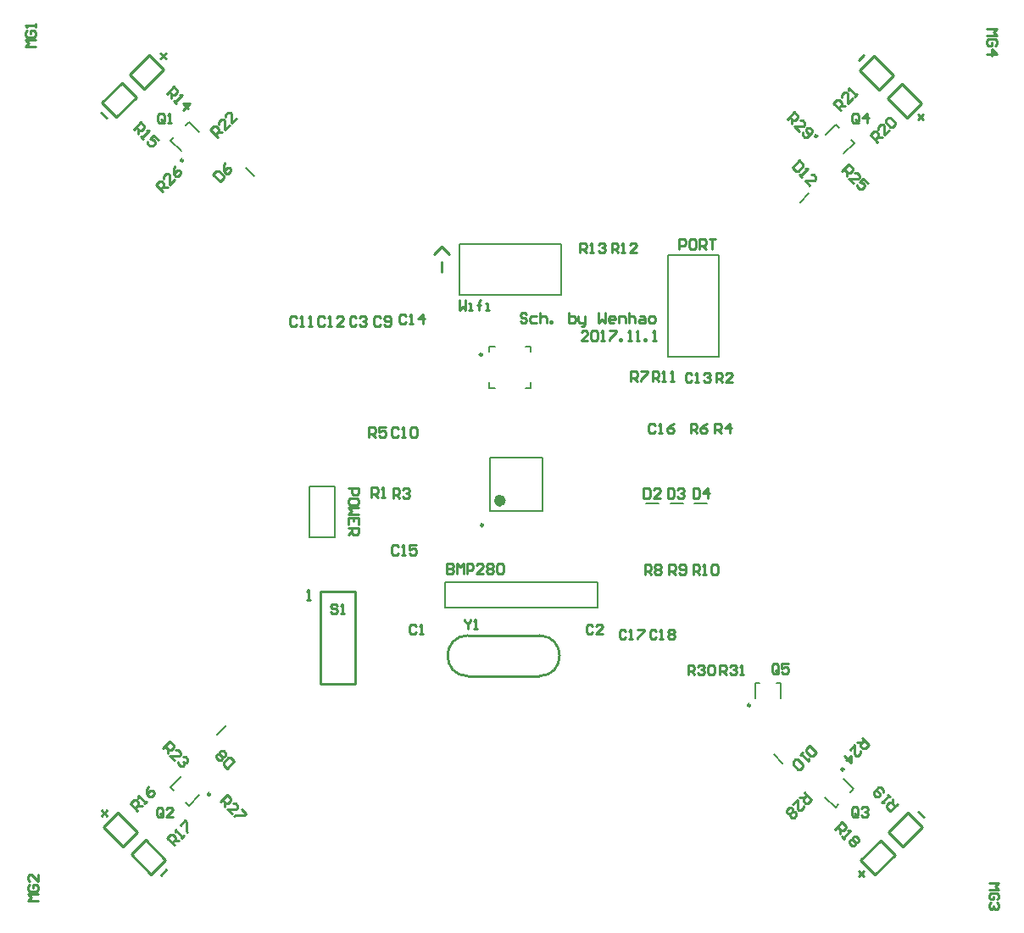
<source format=gto>
%FSLAX25Y25*%
%MOIN*%
G70*
G01*
G75*
G04:AMPARAMS|DCode=10|XSize=78.74mil|YSize=47.24mil|CornerRadius=0mil|HoleSize=0mil|Usage=FLASHONLY|Rotation=45.000|XOffset=0mil|YOffset=0mil|HoleType=Round|Shape=Rectangle|*
%AMROTATEDRECTD10*
4,1,4,-0.01114,-0.04454,-0.04454,-0.01114,0.01114,0.04454,0.04454,0.01114,-0.01114,-0.04454,0.0*
%
%ADD10ROTATEDRECTD10*%

G04:AMPARAMS|DCode=11|XSize=78.74mil|YSize=47.24mil|CornerRadius=0mil|HoleSize=0mil|Usage=FLASHONLY|Rotation=315.000|XOffset=0mil|YOffset=0mil|HoleType=Round|Shape=Rectangle|*
%AMROTATEDRECTD11*
4,1,4,-0.04454,0.01114,-0.01114,0.04454,0.04454,-0.01114,0.01114,-0.04454,-0.04454,0.01114,0.0*
%
%ADD11ROTATEDRECTD11*%

%ADD12O,0.01181X0.08268*%
%ADD13O,0.08268X0.01181*%
G04:AMPARAMS|DCode=14|XSize=59.06mil|YSize=51.18mil|CornerRadius=0mil|HoleSize=0mil|Usage=FLASHONLY|Rotation=45.000|XOffset=0mil|YOffset=0mil|HoleType=Round|Shape=Rectangle|*
%AMROTATEDRECTD14*
4,1,4,-0.00278,-0.03897,-0.03897,-0.00278,0.00278,0.03897,0.03897,0.00278,-0.00278,-0.03897,0.0*
%
%ADD14ROTATEDRECTD14*%

G04:AMPARAMS|DCode=15|XSize=35.43mil|YSize=37.4mil|CornerRadius=0mil|HoleSize=0mil|Usage=FLASHONLY|Rotation=45.000|XOffset=0mil|YOffset=0mil|HoleType=Round|Shape=Rectangle|*
%AMROTATEDRECTD15*
4,1,4,0.00070,-0.02575,-0.02575,0.00070,-0.00070,0.02575,0.02575,-0.00070,0.00070,-0.02575,0.0*
%
%ADD15ROTATEDRECTD15*%

G04:AMPARAMS|DCode=16|XSize=35.43mil|YSize=37.4mil|CornerRadius=0mil|HoleSize=0mil|Usage=FLASHONLY|Rotation=45.000|XOffset=0mil|YOffset=0mil|HoleType=Round|Shape=Rectangle|*
%AMROTATEDRECTD16*
4,1,4,0.00070,-0.02575,-0.02575,0.00070,-0.00070,0.02575,0.02575,-0.00070,0.00070,-0.02575,0.0*
%
%ADD16ROTATEDRECTD16*%

G04:AMPARAMS|DCode=17|XSize=59.06mil|YSize=51.18mil|CornerRadius=0mil|HoleSize=0mil|Usage=FLASHONLY|Rotation=135.000|XOffset=0mil|YOffset=0mil|HoleType=Round|Shape=Rectangle|*
%AMROTATEDRECTD17*
4,1,4,0.03897,-0.00278,0.00278,-0.03897,-0.03897,0.00278,-0.00278,0.03897,0.03897,-0.00278,0.0*
%
%ADD17ROTATEDRECTD17*%

G04:AMPARAMS|DCode=18|XSize=35.43mil|YSize=37.4mil|CornerRadius=0mil|HoleSize=0mil|Usage=FLASHONLY|Rotation=135.000|XOffset=0mil|YOffset=0mil|HoleType=Round|Shape=Rectangle|*
%AMROTATEDRECTD18*
4,1,4,0.02575,0.00070,-0.00070,-0.02575,-0.02575,-0.00070,0.00070,0.02575,0.02575,0.00070,0.0*
%
%ADD18ROTATEDRECTD18*%

G04:AMPARAMS|DCode=19|XSize=35.43mil|YSize=37.4mil|CornerRadius=0mil|HoleSize=0mil|Usage=FLASHONLY|Rotation=135.000|XOffset=0mil|YOffset=0mil|HoleType=Round|Shape=Rectangle|*
%AMROTATEDRECTD19*
4,1,4,0.02575,0.00070,-0.00070,-0.02575,-0.02575,-0.00070,0.00070,0.02575,0.02575,0.00070,0.0*
%
%ADD19ROTATEDRECTD19*%

%ADD20R,0.07480X0.02756*%
%ADD21O,0.02362X0.00984*%
%ADD22O,0.00984X0.02362*%
%ADD23R,0.11024X0.10630*%
%ADD24R,0.05906X0.05118*%
%ADD25R,0.03543X0.03740*%
%ADD26R,0.03543X0.03740*%
%ADD27C,0.01063*%
%ADD28C,0.01378*%
%ADD29C,0.01181*%
%ADD30C,0.08268*%
%ADD31C,0.05906*%
%ADD32R,0.05906X0.05906*%
%ADD33R,0.05906X0.05906*%
%ADD34C,0.31496*%
%ADD35C,0.02362*%
%ADD36R,0.01575X0.03937*%
%ADD37R,0.01575X0.03937*%
%ADD38R,0.06000X0.06000*%
%ADD39R,0.03400X0.10000*%
%ADD40R,0.03400X0.05000*%
%ADD41R,0.05118X0.05906*%
%ADD42R,0.07874X0.05906*%
%ADD43C,0.08000*%
%ADD44C,0.01000*%
%ADD45C,0.00984*%
%ADD46C,0.02362*%
%ADD47C,0.00787*%
D44*
X360000Y740000D02*
G03*
X360000Y724000I0J-8000D01*
G01*
X388000D02*
G03*
X388000Y740000I0J8000D01*
G01*
X360000Y739994D02*
X388000D01*
X360000Y724026D02*
X388000D01*
X239017Y966904D02*
X241138Y969025D01*
X239017D02*
X241138Y966904D01*
X226996Y960540D02*
X234774Y968318D01*
X226996Y960540D02*
X232653Y954883D01*
X240431Y962661D01*
X234774Y968318D02*
X240431Y962661D01*
X223814Y957358D02*
X229471Y951701D01*
X221692Y943923D02*
X229471Y951701D01*
X216036Y949580D02*
X221692Y943923D01*
X216036Y949580D02*
X223814Y957358D01*
X215682Y945691D02*
X217803Y943569D01*
X536904Y944984D02*
X539025Y942862D01*
X536904D02*
X539025Y944984D01*
X530540Y957004D02*
X538318Y949226D01*
X524883Y951347D02*
X530540Y957004D01*
X524883Y951347D02*
X532661Y943569D01*
X538318Y949226D01*
X521701Y954529D02*
X527358Y960186D01*
X513923Y962308D02*
X521701Y954529D01*
X513923Y962308D02*
X519580Y967964D01*
X527358Y960186D01*
X513569Y966197D02*
X515691Y968318D01*
X215975Y671138D02*
X218096Y669017D01*
X215975D02*
X218096Y671138D01*
X216682Y664774D02*
X224460Y656996D01*
X230117Y662653D01*
X222339Y670431D02*
X230117Y662653D01*
X216682Y664774D02*
X222339Y670431D01*
X227642Y653814D02*
X233299Y659471D01*
X241077Y651692D01*
X235420Y646036D02*
X241077Y651692D01*
X227642Y653814D02*
X235420Y646036D01*
X239309Y645682D02*
X241431Y647803D01*
X513680Y645157D02*
X515802Y647278D01*
X513680D02*
X515802Y645157D01*
X520044Y645864D02*
X527822Y653642D01*
X522165Y659299D02*
X527822Y653642D01*
X514387Y651521D02*
X522165Y659299D01*
X514387Y651521D02*
X520044Y645864D01*
X525347Y662481D02*
X531004Y656824D01*
X525347Y662481D02*
X533126Y670259D01*
X538782Y664602D01*
X531004Y656824D02*
X538782Y664602D01*
X537015Y670613D02*
X539136Y668491D01*
X302000Y721000D02*
Y757220D01*
X315780D01*
Y721000D02*
Y757220D01*
X302000Y721000D02*
X315780D01*
X443000Y892000D02*
Y895936D01*
X444968D01*
X445624Y895280D01*
Y893968D01*
X444968Y893312D01*
X443000D01*
X448904Y895936D02*
X447592D01*
X446936Y895280D01*
Y892656D01*
X447592Y892000D01*
X448904D01*
X449560Y892656D01*
Y895280D01*
X448904Y895936D01*
X450872Y892000D02*
Y895936D01*
X452839D01*
X453495Y895280D01*
Y893968D01*
X452839Y893312D01*
X450872D01*
X452183D02*
X453495Y892000D01*
X454807Y895936D02*
X457431D01*
X456119D01*
Y892000D01*
X358500Y746436D02*
Y745780D01*
X359812Y744468D01*
X361124Y745780D01*
Y746436D01*
X359812Y744468D02*
Y742500D01*
X362436D02*
X363748D01*
X363092D01*
Y746436D01*
X362436Y745780D01*
X308624Y751780D02*
X307968Y752436D01*
X306656D01*
X306000Y751780D01*
Y751124D01*
X306656Y750468D01*
X307968D01*
X308624Y749812D01*
Y749156D01*
X307968Y748500D01*
X306656D01*
X306000Y749156D01*
X309936Y748500D02*
X311248D01*
X310592D01*
Y752436D01*
X309936Y751780D01*
X459000Y724500D02*
Y728436D01*
X460968D01*
X461624Y727780D01*
Y726468D01*
X460968Y725812D01*
X459000D01*
X460312D02*
X461624Y724500D01*
X462936Y727780D02*
X463592Y728436D01*
X464904D01*
X465560Y727780D01*
Y727124D01*
X464904Y726468D01*
X464248D01*
X464904D01*
X465560Y725812D01*
Y725156D01*
X464904Y724500D01*
X463592D01*
X462936Y725156D01*
X466872Y724500D02*
X468183D01*
X467527D01*
Y728436D01*
X466872Y727780D01*
X446500Y724500D02*
Y728436D01*
X448468D01*
X449124Y727780D01*
Y726468D01*
X448468Y725812D01*
X446500D01*
X447812D02*
X449124Y724500D01*
X450436Y727780D02*
X451092Y728436D01*
X452404D01*
X453060Y727780D01*
Y727124D01*
X452404Y726468D01*
X451748D01*
X452404D01*
X453060Y725812D01*
Y725156D01*
X452404Y724500D01*
X451092D01*
X450436Y725156D01*
X454372Y727780D02*
X455027Y728436D01*
X456339D01*
X456995Y727780D01*
Y725156D01*
X456339Y724500D01*
X455027D01*
X454372Y725156D01*
Y727780D01*
X485500Y943000D02*
X488283Y945783D01*
X489675Y944392D01*
Y943464D01*
X488747Y942536D01*
X487819D01*
X486428Y943928D01*
X487355Y943000D02*
Y941145D01*
X490138Y938362D02*
X488283Y940217D01*
X491994D01*
X492457Y940681D01*
X492457Y941609D01*
X491530Y942536D01*
X490602D01*
X491530Y937898D02*
Y936970D01*
X492457Y936042D01*
X493385Y936042D01*
X495240Y937898D01*
X495240Y938826D01*
X494313Y939753D01*
X493385D01*
X492921Y939289D01*
Y938362D01*
X494313Y936970D01*
X492318Y678182D02*
X495101Y675399D01*
X493710Y674008D01*
X492782D01*
X491854Y674935D01*
Y675863D01*
X493246Y677254D01*
X492318Y676327D02*
X490463D01*
X487680Y673544D02*
X489535Y675399D01*
Y671688D01*
X489999Y671224D01*
X490927Y671224D01*
X491854Y672152D01*
Y673080D01*
X489071Y670297D02*
Y669369D01*
X488143Y668441D01*
X487216Y668442D01*
X486752Y668905D01*
Y669833D01*
X485824Y669833D01*
X485360Y670297D01*
X485360Y671224D01*
X486288Y672152D01*
X487216D01*
X487680Y671688D01*
Y670761D01*
X488607D01*
X489071Y670297D01*
X487680Y670761D02*
X486752Y669833D01*
X262500Y674500D02*
X265283Y677283D01*
X266674Y675891D01*
Y674964D01*
X265747Y674036D01*
X264819D01*
X263428Y675428D01*
X264355Y674500D02*
Y672645D01*
X267138Y669862D02*
X265283Y671717D01*
X268994D01*
X269458Y672181D01*
X269458Y673108D01*
X268530Y674036D01*
X267602D01*
X270849Y671717D02*
X272704Y669862D01*
X272240Y669398D01*
X268530D01*
X268066Y668934D01*
X240000Y914500D02*
X237217Y917283D01*
X238609Y918674D01*
X239536D01*
X240464Y917747D01*
Y916819D01*
X239072Y915428D01*
X240000Y916355D02*
X241855D01*
X244638Y919138D02*
X242783Y917283D01*
Y920994D01*
X242319Y921457D01*
X241391Y921457D01*
X240464Y920530D01*
Y919602D01*
X244638Y924704D02*
X244175Y923313D01*
Y921457D01*
X245102Y920530D01*
X246030D01*
X246957Y921457D01*
X246957Y922385D01*
X246494Y922849D01*
X245566Y922849D01*
X244175Y921457D01*
X507000Y922500D02*
X509783Y925283D01*
X511174Y923892D01*
Y922964D01*
X510247Y922036D01*
X509319D01*
X507928Y923428D01*
X508855Y922500D02*
Y920645D01*
X511638Y917862D02*
X509783Y919717D01*
X513494D01*
X513958Y920181D01*
X513958Y921109D01*
X513030Y922036D01*
X512102D01*
X517204Y917862D02*
X515349Y919717D01*
X513958Y918326D01*
X515349Y917862D01*
X515813Y917398D01*
Y916470D01*
X514885Y915543D01*
X513958Y915543D01*
X513030Y916470D01*
Y917398D01*
X514818Y699682D02*
X517601Y696899D01*
X516210Y695507D01*
X515282D01*
X514354Y696435D01*
Y697363D01*
X515746Y698754D01*
X514818Y697827D02*
X512963D01*
X510180Y695044D02*
X512035Y696899D01*
Y693188D01*
X512499Y692725D01*
X513426Y692725D01*
X514354Y693652D01*
Y694580D01*
X507861Y692725D02*
X510643Y689942D01*
Y692725D01*
X508788Y690869D01*
X240000Y695500D02*
X242783Y698283D01*
X244175Y696891D01*
Y695964D01*
X243247Y695036D01*
X242319D01*
X240928Y696428D01*
X241855Y695500D02*
Y693645D01*
X244638Y690862D02*
X242783Y692717D01*
X246494D01*
X246957Y693181D01*
X246957Y694108D01*
X246030Y695036D01*
X245102D01*
X247885Y692253D02*
X248813D01*
X249741Y691326D01*
X249741Y690398D01*
X249277Y689934D01*
X248349D01*
X247885Y690398D01*
X248349Y689934D01*
X248349Y689006D01*
X247885Y688543D01*
X246957Y688543D01*
X246030Y689470D01*
Y690398D01*
X261500Y936000D02*
X258717Y938783D01*
X260108Y940174D01*
X261036D01*
X261964Y939247D01*
Y938319D01*
X260572Y936928D01*
X261500Y937855D02*
X263355D01*
X266138Y940638D02*
X264283Y938783D01*
Y942494D01*
X263819Y942957D01*
X262892Y942957D01*
X261964Y942030D01*
Y941102D01*
X268921Y943421D02*
X267066Y941566D01*
Y945277D01*
X266602Y945741D01*
X265674Y945741D01*
X264747Y944813D01*
Y943885D01*
X506500Y946500D02*
X503717Y949283D01*
X505108Y950675D01*
X506036D01*
X506964Y949747D01*
Y948819D01*
X505572Y947428D01*
X506500Y948355D02*
X508355D01*
X511138Y951138D02*
X509283Y949283D01*
Y952994D01*
X508819Y953458D01*
X507892Y953458D01*
X506964Y952530D01*
Y951602D01*
X512066Y952066D02*
X512994Y952994D01*
X512530Y952530D01*
X509747Y955313D01*
Y954385D01*
X521000Y934000D02*
X518217Y936783D01*
X519608Y938175D01*
X520536D01*
X521464Y937247D01*
Y936319D01*
X520072Y934928D01*
X521000Y935855D02*
X522855D01*
X525638Y938638D02*
X523783Y936783D01*
Y940494D01*
X523319Y940958D01*
X522392Y940958D01*
X521464Y940030D01*
Y939102D01*
X524247Y941885D02*
Y942813D01*
X525175Y943740D01*
X526102Y943740D01*
X527957Y941885D01*
X527957Y940958D01*
X527030Y940030D01*
X526102D01*
X524247Y941885D01*
X528818Y673682D02*
X526035Y670899D01*
X524644Y672291D01*
Y673218D01*
X525571Y674146D01*
X526499D01*
X527890Y672754D01*
X526963Y673682D02*
Y675537D01*
X526035Y676465D02*
X525107Y677393D01*
X525571Y676929D01*
X522788Y674146D01*
X523716D01*
X523252Y678320D02*
Y679248D01*
X522324Y680176D01*
X521397Y680176D01*
X519541Y678320D01*
X519541Y677393D01*
X520469Y676465D01*
X521397D01*
X521861Y676929D01*
X521861Y677856D01*
X520469Y679248D01*
X504318Y663682D02*
X507101Y666465D01*
X508493Y665073D01*
Y664146D01*
X507565Y663218D01*
X506637D01*
X505246Y664610D01*
X506173Y663682D02*
Y661827D01*
X507101Y660899D02*
X508029Y659971D01*
X507565Y660435D01*
X510348Y663218D01*
X509420D01*
X511739Y660899D02*
X512667D01*
X513595Y659971D01*
X513595Y659044D01*
X513131Y658580D01*
X512203D01*
X512203Y657652D01*
X511739Y657188D01*
X510812Y657188D01*
X509884Y658116D01*
Y659044D01*
X510348Y659508D01*
X511275D01*
X511275Y660435D01*
X511739Y660899D01*
X511275Y659508D02*
X512203Y658580D01*
X244500Y657500D02*
X241717Y660283D01*
X243109Y661674D01*
X244036D01*
X244964Y660747D01*
Y659819D01*
X243572Y658428D01*
X244500Y659355D02*
X246355D01*
X247283Y660283D02*
X248211Y661211D01*
X247747Y660747D01*
X244964Y663530D01*
Y662602D01*
X246819Y665385D02*
X248675Y667240D01*
X249138Y666777D01*
Y663066D01*
X249602Y662602D01*
X230000Y671000D02*
X227217Y673783D01*
X228608Y675175D01*
X229536D01*
X230464Y674247D01*
Y673319D01*
X229072Y671928D01*
X230000Y672855D02*
X231855D01*
X232783Y673783D02*
X233711Y674711D01*
X233247Y674247D01*
X230464Y677030D01*
Y676102D01*
X234174Y680740D02*
X233711Y679349D01*
Y677494D01*
X234638Y676566D01*
X235566D01*
X236494Y677494D01*
X236494Y678421D01*
X236030Y678885D01*
X235102Y678885D01*
X233711Y677494D01*
X228500Y939000D02*
X231283Y941783D01*
X232675Y940392D01*
Y939464D01*
X231747Y938536D01*
X230819D01*
X229428Y939928D01*
X230355Y939000D02*
Y937145D01*
X231283Y936217D02*
X232211Y935289D01*
X231747Y935753D01*
X234530Y938536D01*
X233602D01*
X238241Y934826D02*
X236385Y936681D01*
X234994Y935289D01*
X236385Y934826D01*
X236849Y934362D01*
Y933434D01*
X235921Y932506D01*
X234994Y932506D01*
X234066Y933434D01*
Y934362D01*
X241500Y953000D02*
X244283Y955783D01*
X245674Y954391D01*
Y953464D01*
X244747Y952536D01*
X243819D01*
X242428Y953928D01*
X243355Y953000D02*
Y951145D01*
X244283Y950217D02*
X245211Y949289D01*
X244747Y949753D01*
X247530Y952536D01*
X246602D01*
X247994Y946506D02*
X250777Y949289D01*
X247994D01*
X249849Y947434D01*
X416500Y890500D02*
Y894436D01*
X418468D01*
X419124Y893780D01*
Y892468D01*
X418468Y891812D01*
X416500D01*
X417812D02*
X419124Y890500D01*
X420436D02*
X421748D01*
X421092D01*
Y894436D01*
X420436Y893780D01*
X426339Y890500D02*
X423715D01*
X426339Y893124D01*
Y893780D01*
X425683Y894436D01*
X424371D01*
X423715Y893780D01*
X404000Y890500D02*
Y894436D01*
X405968D01*
X406624Y893780D01*
Y892468D01*
X405968Y891812D01*
X404000D01*
X405312D02*
X406624Y890500D01*
X407936D02*
X409248D01*
X408592D01*
Y894436D01*
X407936Y893780D01*
X411215D02*
X411871Y894436D01*
X413183D01*
X413839Y893780D01*
Y893124D01*
X413183Y892468D01*
X412527D01*
X413183D01*
X413839Y891812D01*
Y891156D01*
X413183Y890500D01*
X411871D01*
X411215Y891156D01*
X432500Y840000D02*
Y843936D01*
X434468D01*
X435124Y843280D01*
Y841968D01*
X434468Y841312D01*
X432500D01*
X433812D02*
X435124Y840000D01*
X436436D02*
X437748D01*
X437092D01*
Y843936D01*
X436436Y843280D01*
X439715Y840000D02*
X441027D01*
X440372D01*
Y843936D01*
X439715Y843280D01*
X448500Y764000D02*
Y767936D01*
X450468D01*
X451124Y767280D01*
Y765968D01*
X450468Y765312D01*
X448500D01*
X449812D02*
X451124Y764000D01*
X452436D02*
X453748D01*
X453092D01*
Y767936D01*
X452436Y767280D01*
X455716D02*
X456371Y767936D01*
X457683D01*
X458339Y767280D01*
Y764656D01*
X457683Y764000D01*
X456371D01*
X455716Y764656D01*
Y767280D01*
X439000Y764000D02*
Y767936D01*
X440968D01*
X441624Y767280D01*
Y765968D01*
X440968Y765312D01*
X439000D01*
X440312D02*
X441624Y764000D01*
X442936Y764656D02*
X443592Y764000D01*
X444904D01*
X445560Y764656D01*
Y767280D01*
X444904Y767936D01*
X443592D01*
X442936Y767280D01*
Y766624D01*
X443592Y765968D01*
X445560D01*
X429500Y764000D02*
Y767936D01*
X431468D01*
X432124Y767280D01*
Y765968D01*
X431468Y765312D01*
X429500D01*
X430812D02*
X432124Y764000D01*
X433436Y767280D02*
X434092Y767936D01*
X435404D01*
X436060Y767280D01*
Y766624D01*
X435404Y765968D01*
X436060Y765312D01*
Y764656D01*
X435404Y764000D01*
X434092D01*
X433436Y764656D01*
Y765312D01*
X434092Y765968D01*
X433436Y766624D01*
Y767280D01*
X434092Y765968D02*
X435404D01*
X424000Y840000D02*
Y843936D01*
X425968D01*
X426624Y843280D01*
Y841968D01*
X425968Y841312D01*
X424000D01*
X425312D02*
X426624Y840000D01*
X427936Y843936D02*
X430560D01*
Y843280D01*
X427936Y840656D01*
Y840000D01*
X447500Y819500D02*
Y823436D01*
X449468D01*
X450124Y822780D01*
Y821468D01*
X449468Y820812D01*
X447500D01*
X448812D02*
X450124Y819500D01*
X454060Y823436D02*
X452748Y822780D01*
X451436Y821468D01*
Y820156D01*
X452092Y819500D01*
X453404D01*
X454060Y820156D01*
Y820812D01*
X453404Y821468D01*
X451436D01*
X321000Y818000D02*
Y821936D01*
X322968D01*
X323624Y821280D01*
Y819968D01*
X322968Y819312D01*
X321000D01*
X322312D02*
X323624Y818000D01*
X327560Y821936D02*
X324936D01*
Y819968D01*
X326248Y820624D01*
X326904D01*
X327560Y819968D01*
Y818656D01*
X326904Y818000D01*
X325592D01*
X324936Y818656D01*
X457000Y819500D02*
Y823436D01*
X458968D01*
X459624Y822780D01*
Y821468D01*
X458968Y820812D01*
X457000D01*
X458312D02*
X459624Y819500D01*
X462904D02*
Y823436D01*
X460936Y821468D01*
X463560D01*
X330500Y794000D02*
Y797936D01*
X332468D01*
X333124Y797280D01*
Y795968D01*
X332468Y795312D01*
X330500D01*
X331812D02*
X333124Y794000D01*
X334436Y797280D02*
X335092Y797936D01*
X336404D01*
X337060Y797280D01*
Y796624D01*
X336404Y795968D01*
X335748D01*
X336404D01*
X337060Y795312D01*
Y794656D01*
X336404Y794000D01*
X335092D01*
X334436Y794656D01*
X457500Y839500D02*
Y843436D01*
X459468D01*
X460124Y842780D01*
Y841468D01*
X459468Y840812D01*
X457500D01*
X458812D02*
X460124Y839500D01*
X464060D02*
X461436D01*
X464060Y842124D01*
Y842780D01*
X463404Y843436D01*
X462092D01*
X461436Y842780D01*
X322000Y794240D02*
Y798176D01*
X323968D01*
X324624Y797520D01*
Y796208D01*
X323968Y795552D01*
X322000D01*
X323312D02*
X324624Y794240D01*
X325936D02*
X327248D01*
X326592D01*
Y798176D01*
X325936Y797520D01*
X482124Y725656D02*
Y728280D01*
X481468Y728936D01*
X480156D01*
X479500Y728280D01*
Y725656D01*
X480156Y725000D01*
X481468D01*
X480812Y726312D02*
X482124Y725000D01*
X481468D02*
X482124Y725656D01*
X486060Y728936D02*
X483436D01*
Y726968D01*
X484748Y727624D01*
X485404D01*
X486060Y726968D01*
Y725656D01*
X485404Y725000D01*
X484092D01*
X483436Y725656D01*
X513624Y942156D02*
Y944780D01*
X512968Y945436D01*
X511656D01*
X511000Y944780D01*
Y942156D01*
X511656Y941500D01*
X512968D01*
X512312Y942812D02*
X513624Y941500D01*
X512968D02*
X513624Y942156D01*
X516904Y941500D02*
Y945436D01*
X514936Y943468D01*
X517560D01*
X513442Y669338D02*
Y671962D01*
X512786Y672618D01*
X511474D01*
X510818Y671962D01*
Y669338D01*
X511474Y668682D01*
X512786D01*
X512130Y669994D02*
X513442Y668682D01*
X512786D02*
X513442Y669338D01*
X514754Y671962D02*
X515410Y672618D01*
X516722D01*
X517378Y671962D01*
Y671306D01*
X516722Y670650D01*
X516066D01*
X516722D01*
X517378Y669994D01*
Y669338D01*
X516722Y668682D01*
X515410D01*
X514754Y669338D01*
X240124Y669156D02*
Y671780D01*
X239468Y672436D01*
X238156D01*
X237500Y671780D01*
Y669156D01*
X238156Y668500D01*
X239468D01*
X238812Y669812D02*
X240124Y668500D01*
X239468D02*
X240124Y669156D01*
X244060Y668500D02*
X241436D01*
X244060Y671124D01*
Y671780D01*
X243404Y672436D01*
X242092D01*
X241436Y671780D01*
X240624Y942156D02*
Y944780D01*
X239968Y945436D01*
X238656D01*
X238000Y944780D01*
Y942156D01*
X238656Y941500D01*
X239968D01*
X239312Y942812D02*
X240624Y941500D01*
X239968D02*
X240624Y942156D01*
X241936Y941500D02*
X243248D01*
X242592D01*
Y945436D01*
X241936Y944780D01*
X313000Y798000D02*
X316936D01*
Y796032D01*
X316280Y795376D01*
X314968D01*
X314312Y796032D01*
Y798000D01*
X316936Y792096D02*
Y793408D01*
X316280Y794064D01*
X313656D01*
X313000Y793408D01*
Y792096D01*
X313656Y791440D01*
X316280D01*
X316936Y792096D01*
Y790129D02*
X313000D01*
X314312Y788817D01*
X313000Y787505D01*
X316936D01*
Y783569D02*
Y786193D01*
X313000D01*
Y783569D01*
X314968Y786193D02*
Y784881D01*
X313000Y782257D02*
X316936D01*
Y780289D01*
X316280Y779633D01*
X314968D01*
X314312Y780289D01*
Y782257D01*
Y780945D02*
X313000Y779633D01*
X351600Y768336D02*
Y764400D01*
X353568D01*
X354224Y765056D01*
Y765712D01*
X353568Y766368D01*
X351600D01*
X353568D01*
X354224Y767024D01*
Y767680D01*
X353568Y768336D01*
X351600D01*
X355536Y764400D02*
Y768336D01*
X356848Y767024D01*
X358160Y768336D01*
Y764400D01*
X359472D02*
Y768336D01*
X361439D01*
X362095Y767680D01*
Y766368D01*
X361439Y765712D01*
X359472D01*
X366031Y764400D02*
X363407D01*
X366031Y767024D01*
Y767680D01*
X365375Y768336D01*
X364063D01*
X363407Y767680D01*
X367343D02*
X367999Y768336D01*
X369311D01*
X369967Y767680D01*
Y767024D01*
X369311Y766368D01*
X369967Y765712D01*
Y765056D01*
X369311Y764400D01*
X367999D01*
X367343Y765056D01*
Y765712D01*
X367999Y766368D01*
X367343Y767024D01*
Y767680D01*
X367999Y766368D02*
X369311D01*
X371279Y767680D02*
X371935Y768336D01*
X373247D01*
X373903Y767680D01*
Y765056D01*
X373247Y764400D01*
X371935D01*
X371279Y765056D01*
Y767680D01*
X490283Y926783D02*
X487500Y924000D01*
X488892Y922608D01*
X489819D01*
X491675Y924464D01*
Y925391D01*
X490283Y926783D01*
Y921217D02*
X491211Y920289D01*
X490747Y920753D01*
X493530Y923536D01*
X492602D01*
X494457Y917043D02*
X492602Y918898D01*
X496313D01*
X496777Y919362D01*
X496777Y920289D01*
X495849Y921217D01*
X494921D01*
X497101Y693899D02*
X494318Y696682D01*
X492927Y695291D01*
Y694363D01*
X494782Y692508D01*
X495710D01*
X497101Y693899D01*
X491535D02*
X490607Y692971D01*
X491071Y693435D01*
X493854Y690652D01*
Y691580D01*
X491535Y689261D02*
Y688333D01*
X490607Y687405D01*
X489680Y687405D01*
X487824Y689261D01*
X487824Y690188D01*
X488752Y691116D01*
X489680D01*
X491535Y689261D01*
X265217Y687717D02*
X268000Y690500D01*
X266609Y691891D01*
X265681D01*
X263825Y690036D01*
Y689109D01*
X265217Y687717D01*
X262898Y690964D02*
X261970D01*
X261042Y691891D01*
X261042Y692819D01*
X261506Y693283D01*
X262434D01*
X262434Y694211D01*
X262898Y694674D01*
X263825D01*
X264753Y693747D01*
Y692819D01*
X264289Y692355D01*
X263362D01*
X263362Y691428D01*
X262898Y690964D01*
X263362Y692355D02*
X262434Y693283D01*
X259717Y921283D02*
X262500Y918500D01*
X263892Y919891D01*
Y920819D01*
X262036Y922674D01*
X261108D01*
X259717Y921283D01*
X264355Y925921D02*
X263892Y924530D01*
Y922674D01*
X264819Y921747D01*
X265747D01*
X266674Y922674D01*
Y923602D01*
X266211Y924066D01*
X265283Y924066D01*
X263892Y922674D01*
X448500Y797936D02*
Y794000D01*
X450468D01*
X451124Y794656D01*
Y797280D01*
X450468Y797936D01*
X448500D01*
X454404Y794000D02*
Y797936D01*
X452436Y795968D01*
X455060D01*
X438500Y797936D02*
Y794000D01*
X440468D01*
X441124Y794656D01*
Y797280D01*
X440468Y797936D01*
X438500D01*
X442436Y797280D02*
X443092Y797936D01*
X444404D01*
X445060Y797280D01*
Y796624D01*
X444404Y795968D01*
X443748D01*
X444404D01*
X445060Y795312D01*
Y794656D01*
X444404Y794000D01*
X443092D01*
X442436Y794656D01*
X429000Y797936D02*
Y794000D01*
X430968D01*
X431624Y794656D01*
Y797280D01*
X430968Y797936D01*
X429000D01*
X435560Y794000D02*
X432936D01*
X435560Y796624D01*
Y797280D01*
X434904Y797936D01*
X433592D01*
X432936Y797280D01*
X434124Y741780D02*
X433468Y742436D01*
X432156D01*
X431500Y741780D01*
Y739156D01*
X432156Y738500D01*
X433468D01*
X434124Y739156D01*
X435436Y738500D02*
X436748D01*
X436092D01*
Y742436D01*
X435436Y741780D01*
X438716D02*
X439371Y742436D01*
X440683D01*
X441339Y741780D01*
Y741124D01*
X440683Y740468D01*
X441339Y739812D01*
Y739156D01*
X440683Y738500D01*
X439371D01*
X438716Y739156D01*
Y739812D01*
X439371Y740468D01*
X438716Y741124D01*
Y741780D01*
X439371Y740468D02*
X440683D01*
X422124Y741780D02*
X421468Y742436D01*
X420156D01*
X419500Y741780D01*
Y739156D01*
X420156Y738500D01*
X421468D01*
X422124Y739156D01*
X423436Y738500D02*
X424748D01*
X424092D01*
Y742436D01*
X423436Y741780D01*
X426716Y742436D02*
X429339D01*
Y741780D01*
X426716Y739156D01*
Y738500D01*
X433624Y822780D02*
X432968Y823436D01*
X431656D01*
X431000Y822780D01*
Y820156D01*
X431656Y819500D01*
X432968D01*
X433624Y820156D01*
X434936Y819500D02*
X436248D01*
X435592D01*
Y823436D01*
X434936Y822780D01*
X440839Y823436D02*
X439527Y822780D01*
X438215Y821468D01*
Y820156D01*
X438871Y819500D01*
X440183D01*
X440839Y820156D01*
Y820812D01*
X440183Y821468D01*
X438215D01*
X332528Y774911D02*
X331872Y775567D01*
X330560D01*
X329904Y774911D01*
Y772288D01*
X330560Y771632D01*
X331872D01*
X332528Y772288D01*
X333840Y771632D02*
X335152D01*
X334495D01*
Y775567D01*
X333840Y774911D01*
X339743Y775567D02*
X337119D01*
Y773600D01*
X338431Y774256D01*
X339087D01*
X339743Y773600D01*
Y772288D01*
X339087Y771632D01*
X337775D01*
X337119Y772288D01*
X335624Y865780D02*
X334968Y866436D01*
X333656D01*
X333000Y865780D01*
Y863156D01*
X333656Y862500D01*
X334968D01*
X335624Y863156D01*
X336936Y862500D02*
X338248D01*
X337592D01*
Y866436D01*
X336936Y865780D01*
X342183Y862500D02*
Y866436D01*
X340215Y864468D01*
X342839D01*
X448124Y842780D02*
X447468Y843436D01*
X446156D01*
X445500Y842780D01*
Y840156D01*
X446156Y839500D01*
X447468D01*
X448124Y840156D01*
X449436Y839500D02*
X450748D01*
X450092D01*
Y843436D01*
X449436Y842780D01*
X452715D02*
X453371Y843436D01*
X454683D01*
X455339Y842780D01*
Y842124D01*
X454683Y841468D01*
X454027D01*
X454683D01*
X455339Y840812D01*
Y840156D01*
X454683Y839500D01*
X453371D01*
X452715Y840156D01*
X303624Y865040D02*
X302968Y865695D01*
X301656D01*
X301000Y865040D01*
Y862416D01*
X301656Y861760D01*
X302968D01*
X303624Y862416D01*
X304936Y861760D02*
X306248D01*
X305592D01*
Y865695D01*
X304936Y865040D01*
X310839Y861760D02*
X308215D01*
X310839Y864384D01*
Y865040D01*
X310183Y865695D01*
X308872D01*
X308215Y865040D01*
X292624D02*
X291968Y865695D01*
X290656D01*
X290000Y865040D01*
Y862416D01*
X290656Y861760D01*
X291968D01*
X292624Y862416D01*
X293936Y861760D02*
X295248D01*
X294592D01*
Y865695D01*
X293936Y865040D01*
X297216Y861760D02*
X298527D01*
X297871D01*
Y865695D01*
X297216Y865040D01*
X332624Y821280D02*
X331968Y821936D01*
X330656D01*
X330000Y821280D01*
Y818656D01*
X330656Y818000D01*
X331968D01*
X332624Y818656D01*
X333936Y818000D02*
X335248D01*
X334592D01*
Y821936D01*
X333936Y821280D01*
X337215D02*
X337872Y821936D01*
X339183D01*
X339839Y821280D01*
Y818656D01*
X339183Y818000D01*
X337872D01*
X337215Y818656D01*
Y821280D01*
X325624Y865040D02*
X324968Y865695D01*
X323656D01*
X323000Y865040D01*
Y862416D01*
X323656Y861760D01*
X324968D01*
X325624Y862416D01*
X326936D02*
X327592Y861760D01*
X328904D01*
X329560Y862416D01*
Y865040D01*
X328904Y865695D01*
X327592D01*
X326936Y865040D01*
Y864384D01*
X327592Y863728D01*
X329560D01*
X316124Y865040D02*
X315468Y865695D01*
X314156D01*
X313500Y865040D01*
Y862416D01*
X314156Y861760D01*
X315468D01*
X316124Y862416D01*
X317436Y865040D02*
X318092Y865695D01*
X319404D01*
X320060Y865040D01*
Y864384D01*
X319404Y863728D01*
X318748D01*
X319404D01*
X320060Y863072D01*
Y862416D01*
X319404Y861760D01*
X318092D01*
X317436Y862416D01*
X409124Y743780D02*
X408468Y744436D01*
X407156D01*
X406500Y743780D01*
Y741156D01*
X407156Y740500D01*
X408468D01*
X409124Y741156D01*
X413060Y740500D02*
X410436D01*
X413060Y743124D01*
Y743780D01*
X412404Y744436D01*
X411092D01*
X410436Y743780D01*
X339624D02*
X338968Y744436D01*
X337656D01*
X337000Y743780D01*
Y741156D01*
X337656Y740500D01*
X338968D01*
X339624Y741156D01*
X340936Y740500D02*
X342248D01*
X341592D01*
Y744436D01*
X340936Y743780D01*
X190000Y971500D02*
X186064D01*
X187376Y972812D01*
X186064Y974124D01*
X190000D01*
X186720Y978060D02*
X186064Y977404D01*
Y976092D01*
X186720Y975436D01*
X189344D01*
X190000Y976092D01*
Y977404D01*
X189344Y978060D01*
X188032D01*
Y976748D01*
X190000Y979371D02*
Y980683D01*
Y980027D01*
X186064D01*
X186720Y979371D01*
X191000Y635500D02*
X187064D01*
X188376Y636812D01*
X187064Y638124D01*
X191000D01*
X187720Y642060D02*
X187064Y641404D01*
Y640092D01*
X187720Y639436D01*
X190344D01*
X191000Y640092D01*
Y641404D01*
X190344Y642060D01*
X189032D01*
Y640748D01*
X191000Y645995D02*
Y643371D01*
X188376Y645995D01*
X187720D01*
X187064Y645339D01*
Y644027D01*
X187720Y643371D01*
X564818Y642682D02*
X568754D01*
X567442Y641370D01*
X568754Y640058D01*
X564818D01*
X568098Y636122D02*
X568754Y636778D01*
Y638090D01*
X568098Y638746D01*
X565474D01*
X564818Y638090D01*
Y636778D01*
X565474Y636122D01*
X566786D01*
Y637434D01*
X568098Y634810D02*
X568754Y634155D01*
Y632843D01*
X568098Y632187D01*
X567442D01*
X566786Y632843D01*
Y633499D01*
Y632843D01*
X566130Y632187D01*
X565474D01*
X564818Y632843D01*
Y634155D01*
X565474Y634810D01*
X564000Y978500D02*
X567936D01*
X566624Y977188D01*
X567936Y975876D01*
X564000D01*
X567280Y971940D02*
X567936Y972596D01*
Y973908D01*
X567280Y974564D01*
X564656D01*
X564000Y973908D01*
Y972596D01*
X564656Y971940D01*
X565968D01*
Y973252D01*
X564000Y968661D02*
X567936D01*
X565968Y970629D01*
Y968005D01*
X356500Y871936D02*
Y868000D01*
X357812Y869312D01*
X359124Y868000D01*
Y871936D01*
X360436Y868000D02*
X361748D01*
X361092D01*
Y870624D01*
X360436D01*
X364371Y868000D02*
Y871280D01*
Y869968D01*
X363716D01*
X365027D01*
X364371D01*
Y871280D01*
X365027Y871936D01*
X366995Y868000D02*
X368307D01*
X367651D01*
Y870624D01*
X366995D01*
X407124Y856000D02*
X404500D01*
X407124Y858624D01*
Y859280D01*
X406468Y859936D01*
X405156D01*
X404500Y859280D01*
X408436D02*
X409092Y859936D01*
X410404D01*
X411060Y859280D01*
Y856656D01*
X410404Y856000D01*
X409092D01*
X408436Y856656D01*
Y859280D01*
X412371Y856000D02*
X413683D01*
X413027D01*
Y859936D01*
X412371Y859280D01*
X415651Y859936D02*
X418275D01*
Y859280D01*
X415651Y856656D01*
Y856000D01*
X419587D02*
Y856656D01*
X420243D01*
Y856000D01*
X419587D01*
X422867D02*
X424179D01*
X423523D01*
Y859936D01*
X422867Y859280D01*
X426147Y856000D02*
X427458D01*
X426802D01*
Y859936D01*
X426147Y859280D01*
X429426Y856000D02*
Y856656D01*
X430082D01*
Y856000D01*
X429426D01*
X432706D02*
X434018D01*
X433362D01*
Y859936D01*
X432706Y859280D01*
X383124Y866280D02*
X382468Y866936D01*
X381156D01*
X380500Y866280D01*
Y865624D01*
X381156Y864968D01*
X382468D01*
X383124Y864312D01*
Y863656D01*
X382468Y863000D01*
X381156D01*
X380500Y863656D01*
X387060Y865624D02*
X385092D01*
X384436Y864968D01*
Y863656D01*
X385092Y863000D01*
X387060D01*
X388371Y866936D02*
Y863000D01*
Y864968D01*
X389027Y865624D01*
X390339D01*
X390995Y864968D01*
Y863000D01*
X392307D02*
Y863656D01*
X392963D01*
Y863000D01*
X392307D01*
X399523Y866936D02*
Y863000D01*
X401491D01*
X402147Y863656D01*
Y864312D01*
Y864968D01*
X401491Y865624D01*
X399523D01*
X403458D02*
Y863656D01*
X404114Y863000D01*
X406082D01*
Y862344D01*
X405426Y861688D01*
X404770D01*
X406082Y863000D02*
Y865624D01*
X411330Y866936D02*
Y863000D01*
X412642Y864312D01*
X413954Y863000D01*
Y866936D01*
X417234Y863000D02*
X415922D01*
X415266Y863656D01*
Y864968D01*
X415922Y865624D01*
X417234D01*
X417889Y864968D01*
Y864312D01*
X415266D01*
X419201Y863000D02*
Y865624D01*
X421169D01*
X421825Y864968D01*
Y863000D01*
X423137Y866936D02*
Y863000D01*
Y864968D01*
X423793Y865624D01*
X425105D01*
X425761Y864968D01*
Y863000D01*
X427729Y865624D02*
X429041D01*
X429697Y864968D01*
Y863000D01*
X427729D01*
X427073Y863656D01*
X427729Y864312D01*
X429697D01*
X431665Y863000D02*
X432976D01*
X433633Y863656D01*
Y864968D01*
X432976Y865624D01*
X431665D01*
X431009Y864968D01*
Y863656D01*
X431665Y863000D01*
X296500Y754000D02*
X297812D01*
X297156D01*
Y757936D01*
X296500Y757280D01*
X346500Y890001D02*
X349499Y893000D01*
X352498Y890001D01*
X349499Y887002D02*
Y883003D01*
D45*
X365910Y783358D02*
G03*
X365910Y783358I-492J0D01*
G01*
X248023Y926874D02*
G03*
X248023Y926874I-492J0D01*
G01*
X258618Y677531D02*
G03*
X258618Y677531I-492J0D01*
G01*
X365575Y850421D02*
G03*
X365575Y850421I-492J0D01*
G01*
X497366Y936469D02*
G03*
X497366Y936469I-492J0D01*
G01*
X507779Y687308D02*
G03*
X507779Y687308I-492J0D01*
G01*
X471000Y712500D02*
G03*
X471000Y712500I-492J0D01*
G01*
D46*
X373685Y793004D02*
G03*
X373685Y793004I-1181J0D01*
G01*
D47*
X458500Y849500D02*
Y889500D01*
X438500Y849500D02*
X458500D01*
X438500D02*
Y889500D01*
X458500D01*
X411000Y751000D02*
Y761000D01*
X351000Y751000D02*
Y761000D01*
X411000D01*
X351000Y751000D02*
X411000D01*
X396500Y874000D02*
Y894000D01*
X356500Y874000D02*
Y894000D01*
X396500D01*
X356500Y874000D02*
X396500D01*
X368567Y789067D02*
X389433D01*
X368567Y809933D02*
X389433D01*
X368567Y789067D02*
Y809933D01*
X389433Y789067D02*
Y809933D01*
X243110Y934652D02*
X247216Y930546D01*
X250348Y941890D02*
X254454Y937784D01*
X243110Y934652D02*
X244363Y935905D01*
X249095Y940637D02*
X250348Y941890D01*
X297500Y778500D02*
X307500D01*
X297500D02*
Y798500D01*
X307500D01*
Y778500D02*
Y798500D01*
X250348Y673110D02*
X254454Y677216D01*
X243110Y680348D02*
X247216Y684454D01*
X249095Y674363D02*
X250348Y673110D01*
X243110Y680348D02*
X244363Y679095D01*
X261429Y701036D02*
X264964Y704571D01*
X272536Y924071D02*
X276071Y920536D01*
X490536Y910429D02*
X494071Y913964D01*
X480247Y693146D02*
X483782Y689611D01*
X368429Y851504D02*
Y853571D01*
X370496D01*
X382504D02*
X384571D01*
Y851504D02*
Y853571D01*
Y837429D02*
Y839496D01*
X382504Y837429D02*
X384571D01*
X368429D02*
X370496D01*
X368429D02*
Y839496D01*
X500546Y936784D02*
X504652Y940890D01*
X507784Y929546D02*
X511890Y933652D01*
X504652Y940890D02*
X505905Y939637D01*
X510637Y934905D02*
X511890Y933652D01*
X507602Y683636D02*
X511708Y679530D01*
X500364Y676398D02*
X504470Y672292D01*
X510455Y678277D02*
X511708Y679530D01*
X504470Y672292D02*
X505723Y673545D01*
X430000Y792000D02*
X435000D01*
X439500D02*
X444500D01*
X449000D02*
X454000D01*
X472882Y715319D02*
Y721126D01*
X483118Y715319D02*
Y721126D01*
X472882D02*
X474654D01*
X481346D02*
X483118D01*
M02*

</source>
